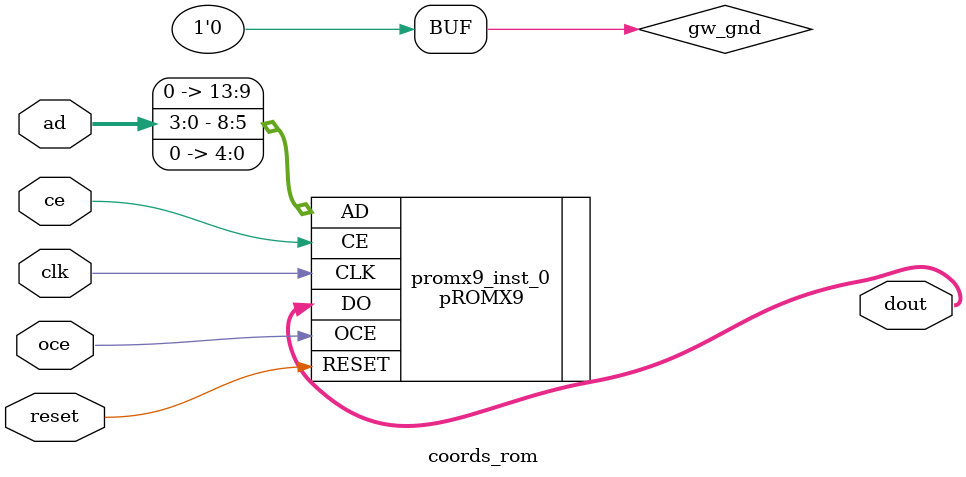
<source format=v>

module coords_rom (dout, clk, oce, ce, reset, ad);

output [35:0] dout;
input clk;
input oce;
input ce;
input reset;
input [3:0] ad;

wire gw_gnd;

assign gw_gnd = 1'b0;

pROMX9 promx9_inst_0 (
    .DO(dout[35:0]),
    .CLK(clk),
    .OCE(oce),
    .CE(ce),
    .RESET(reset),
    .AD({gw_gnd,gw_gnd,gw_gnd,gw_gnd,gw_gnd,ad[3:0],gw_gnd,gw_gnd,gw_gnd,gw_gnd,gw_gnd})
);

defparam promx9_inst_0.READ_MODE = 1'b0;
defparam promx9_inst_0.BIT_WIDTH = 36;
defparam promx9_inst_0.RESET_MODE = "SYNC";
defparam promx9_inst_0.INIT_RAM_00 = 288'h00891C05000792B06000693A07000594808000495B0B000396A0A0002989090001998080;
defparam promx9_inst_0.INIT_RAM_01 = 288'h0000000001175550500164460600153370700142280800131160C00127570B0011808080;

endmodule //coords_rom

</source>
